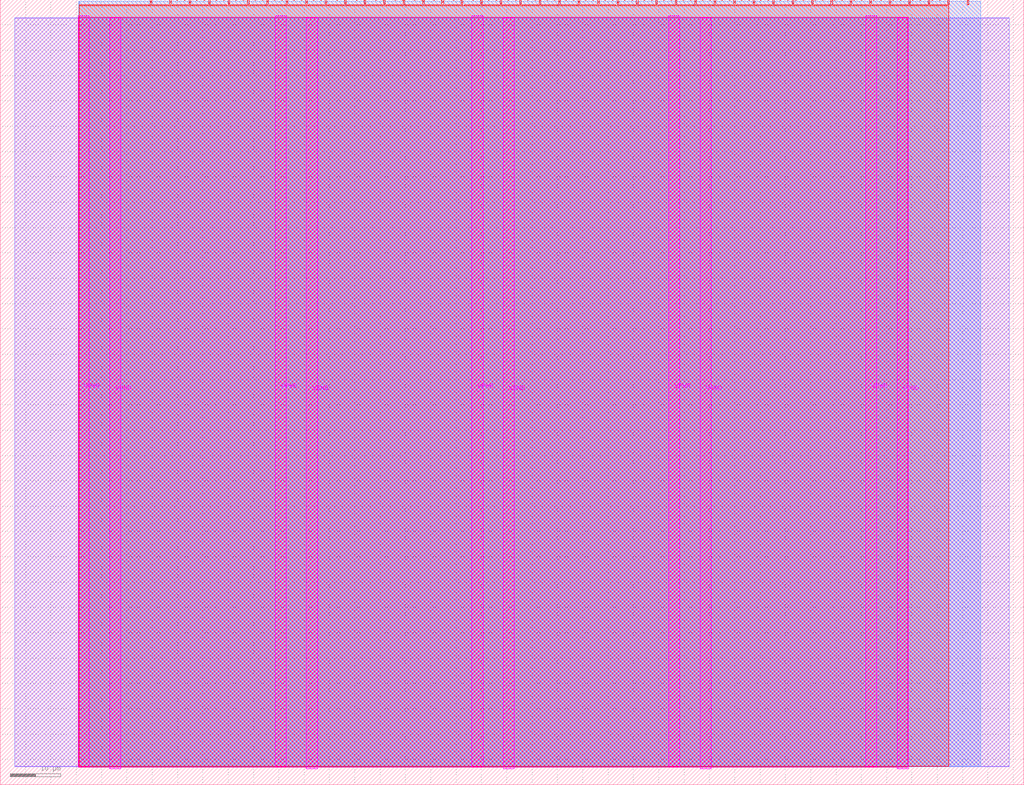
<source format=lef>
VERSION 5.7 ;
  NOWIREEXTENSIONATPIN ON ;
  DIVIDERCHAR "/" ;
  BUSBITCHARS "[]" ;
MACRO tt_um_urish_rings
  CLASS BLOCK ;
  FOREIGN tt_um_urish_rings ;
  ORIGIN 0.000 0.000 ;
  SIZE 202.080 BY 154.980 ;
  PIN VGND
    DIRECTION INOUT ;
    USE GROUND ;
    PORT
      LAYER TopMetal1 ;
        RECT 21.580 3.150 23.780 151.420 ;
    END
    PORT
      LAYER TopMetal1 ;
        RECT 60.450 3.150 62.650 151.420 ;
    END
    PORT
      LAYER TopMetal1 ;
        RECT 99.320 3.150 101.520 151.420 ;
    END
    PORT
      LAYER TopMetal1 ;
        RECT 138.190 3.150 140.390 151.420 ;
    END
    PORT
      LAYER TopMetal1 ;
        RECT 177.060 3.150 179.260 151.420 ;
    END
  END VGND
  PIN VPWR
    DIRECTION INOUT ;
    USE POWER ;
    PORT
      LAYER TopMetal1 ;
        RECT 15.380 3.560 17.580 151.830 ;
    END
    PORT
      LAYER TopMetal1 ;
        RECT 54.250 3.560 56.450 151.830 ;
    END
    PORT
      LAYER TopMetal1 ;
        RECT 93.120 3.560 95.320 151.830 ;
    END
    PORT
      LAYER TopMetal1 ;
        RECT 131.990 3.560 134.190 151.830 ;
    END
    PORT
      LAYER TopMetal1 ;
        RECT 170.860 3.560 173.060 151.830 ;
    END
  END VPWR
  PIN clk
    DIRECTION INPUT ;
    USE SIGNAL ;
    ANTENNAGATEAREA 0.725400 ;
    PORT
      LAYER Metal4 ;
        RECT 187.050 153.980 187.350 154.980 ;
    END
  END clk
  PIN ena
    DIRECTION INPUT ;
    USE SIGNAL ;
    PORT
      LAYER Metal4 ;
        RECT 190.890 153.980 191.190 154.980 ;
    END
  END ena
  PIN rst_n
    DIRECTION INPUT ;
    USE SIGNAL ;
    ANTENNAGATEAREA 1.450800 ;
    PORT
      LAYER Metal4 ;
        RECT 183.210 153.980 183.510 154.980 ;
    END
  END rst_n
  PIN ui_in[0]
    DIRECTION INPUT ;
    USE SIGNAL ;
    ANTENNAGATEAREA 0.180700 ;
    PORT
      LAYER Metal4 ;
        RECT 179.370 153.980 179.670 154.980 ;
    END
  END ui_in[0]
  PIN ui_in[1]
    DIRECTION INPUT ;
    USE SIGNAL ;
    ANTENNAGATEAREA 0.180700 ;
    PORT
      LAYER Metal4 ;
        RECT 175.530 153.980 175.830 154.980 ;
    END
  END ui_in[1]
  PIN ui_in[2]
    DIRECTION INPUT ;
    USE SIGNAL ;
    PORT
      LAYER Metal4 ;
        RECT 171.690 153.980 171.990 154.980 ;
    END
  END ui_in[2]
  PIN ui_in[3]
    DIRECTION INPUT ;
    USE SIGNAL ;
    PORT
      LAYER Metal4 ;
        RECT 167.850 153.980 168.150 154.980 ;
    END
  END ui_in[3]
  PIN ui_in[4]
    DIRECTION INPUT ;
    USE SIGNAL ;
    PORT
      LAYER Metal4 ;
        RECT 164.010 153.980 164.310 154.980 ;
    END
  END ui_in[4]
  PIN ui_in[5]
    DIRECTION INPUT ;
    USE SIGNAL ;
    PORT
      LAYER Metal4 ;
        RECT 160.170 153.980 160.470 154.980 ;
    END
  END ui_in[5]
  PIN ui_in[6]
    DIRECTION INPUT ;
    USE SIGNAL ;
    PORT
      LAYER Metal4 ;
        RECT 156.330 153.980 156.630 154.980 ;
    END
  END ui_in[6]
  PIN ui_in[7]
    DIRECTION INPUT ;
    USE SIGNAL ;
    PORT
      LAYER Metal4 ;
        RECT 152.490 153.980 152.790 154.980 ;
    END
  END ui_in[7]
  PIN uio_in[0]
    DIRECTION INPUT ;
    USE SIGNAL ;
    PORT
      LAYER Metal4 ;
        RECT 148.650 153.980 148.950 154.980 ;
    END
  END uio_in[0]
  PIN uio_in[1]
    DIRECTION INPUT ;
    USE SIGNAL ;
    PORT
      LAYER Metal4 ;
        RECT 144.810 153.980 145.110 154.980 ;
    END
  END uio_in[1]
  PIN uio_in[2]
    DIRECTION INPUT ;
    USE SIGNAL ;
    PORT
      LAYER Metal4 ;
        RECT 140.970 153.980 141.270 154.980 ;
    END
  END uio_in[2]
  PIN uio_in[3]
    DIRECTION INPUT ;
    USE SIGNAL ;
    PORT
      LAYER Metal4 ;
        RECT 137.130 153.980 137.430 154.980 ;
    END
  END uio_in[3]
  PIN uio_in[4]
    DIRECTION INPUT ;
    USE SIGNAL ;
    PORT
      LAYER Metal4 ;
        RECT 133.290 153.980 133.590 154.980 ;
    END
  END uio_in[4]
  PIN uio_in[5]
    DIRECTION INPUT ;
    USE SIGNAL ;
    PORT
      LAYER Metal4 ;
        RECT 129.450 153.980 129.750 154.980 ;
    END
  END uio_in[5]
  PIN uio_in[6]
    DIRECTION INPUT ;
    USE SIGNAL ;
    PORT
      LAYER Metal4 ;
        RECT 125.610 153.980 125.910 154.980 ;
    END
  END uio_in[6]
  PIN uio_in[7]
    DIRECTION INPUT ;
    USE SIGNAL ;
    PORT
      LAYER Metal4 ;
        RECT 121.770 153.980 122.070 154.980 ;
    END
  END uio_in[7]
  PIN uio_oe[0]
    DIRECTION OUTPUT ;
    USE SIGNAL ;
    ANTENNADIFFAREA 0.299200 ;
    PORT
      LAYER Metal4 ;
        RECT 56.490 153.980 56.790 154.980 ;
    END
  END uio_oe[0]
  PIN uio_oe[1]
    DIRECTION OUTPUT ;
    USE SIGNAL ;
    ANTENNADIFFAREA 0.299200 ;
    PORT
      LAYER Metal4 ;
        RECT 52.650 153.980 52.950 154.980 ;
    END
  END uio_oe[1]
  PIN uio_oe[2]
    DIRECTION OUTPUT ;
    USE SIGNAL ;
    ANTENNADIFFAREA 0.299200 ;
    PORT
      LAYER Metal4 ;
        RECT 48.810 153.980 49.110 154.980 ;
    END
  END uio_oe[2]
  PIN uio_oe[3]
    DIRECTION OUTPUT ;
    USE SIGNAL ;
    ANTENNADIFFAREA 0.299200 ;
    PORT
      LAYER Metal4 ;
        RECT 44.970 153.980 45.270 154.980 ;
    END
  END uio_oe[3]
  PIN uio_oe[4]
    DIRECTION OUTPUT ;
    USE SIGNAL ;
    ANTENNADIFFAREA 0.299200 ;
    PORT
      LAYER Metal4 ;
        RECT 41.130 153.980 41.430 154.980 ;
    END
  END uio_oe[4]
  PIN uio_oe[5]
    DIRECTION OUTPUT ;
    USE SIGNAL ;
    ANTENNADIFFAREA 0.299200 ;
    PORT
      LAYER Metal4 ;
        RECT 37.290 153.980 37.590 154.980 ;
    END
  END uio_oe[5]
  PIN uio_oe[6]
    DIRECTION OUTPUT ;
    USE SIGNAL ;
    ANTENNADIFFAREA 0.299200 ;
    PORT
      LAYER Metal4 ;
        RECT 33.450 153.980 33.750 154.980 ;
    END
  END uio_oe[6]
  PIN uio_oe[7]
    DIRECTION OUTPUT ;
    USE SIGNAL ;
    ANTENNADIFFAREA 0.299200 ;
    PORT
      LAYER Metal4 ;
        RECT 29.610 153.980 29.910 154.980 ;
    END
  END uio_oe[7]
  PIN uio_out[0]
    DIRECTION OUTPUT ;
    USE SIGNAL ;
    ANTENNADIFFAREA 0.299200 ;
    PORT
      LAYER Metal4 ;
        RECT 87.210 153.980 87.510 154.980 ;
    END
  END uio_out[0]
  PIN uio_out[1]
    DIRECTION OUTPUT ;
    USE SIGNAL ;
    ANTENNADIFFAREA 0.299200 ;
    PORT
      LAYER Metal4 ;
        RECT 83.370 153.980 83.670 154.980 ;
    END
  END uio_out[1]
  PIN uio_out[2]
    DIRECTION OUTPUT ;
    USE SIGNAL ;
    ANTENNADIFFAREA 0.299200 ;
    PORT
      LAYER Metal4 ;
        RECT 79.530 153.980 79.830 154.980 ;
    END
  END uio_out[2]
  PIN uio_out[3]
    DIRECTION OUTPUT ;
    USE SIGNAL ;
    ANTENNADIFFAREA 0.299200 ;
    PORT
      LAYER Metal4 ;
        RECT 75.690 153.980 75.990 154.980 ;
    END
  END uio_out[3]
  PIN uio_out[4]
    DIRECTION OUTPUT ;
    USE SIGNAL ;
    ANTENNADIFFAREA 0.299200 ;
    PORT
      LAYER Metal4 ;
        RECT 71.850 153.980 72.150 154.980 ;
    END
  END uio_out[4]
  PIN uio_out[5]
    DIRECTION OUTPUT ;
    USE SIGNAL ;
    ANTENNADIFFAREA 0.299200 ;
    PORT
      LAYER Metal4 ;
        RECT 68.010 153.980 68.310 154.980 ;
    END
  END uio_out[5]
  PIN uio_out[6]
    DIRECTION OUTPUT ;
    USE SIGNAL ;
    ANTENNADIFFAREA 0.299200 ;
    PORT
      LAYER Metal4 ;
        RECT 64.170 153.980 64.470 154.980 ;
    END
  END uio_out[6]
  PIN uio_out[7]
    DIRECTION OUTPUT ;
    USE SIGNAL ;
    ANTENNADIFFAREA 0.299200 ;
    PORT
      LAYER Metal4 ;
        RECT 60.330 153.980 60.630 154.980 ;
    END
  END uio_out[7]
  PIN uo_out[0]
    DIRECTION OUTPUT ;
    USE SIGNAL ;
    ANTENNADIFFAREA 0.708600 ;
    PORT
      LAYER Metal4 ;
        RECT 117.930 153.980 118.230 154.980 ;
    END
  END uo_out[0]
  PIN uo_out[1]
    DIRECTION OUTPUT ;
    USE SIGNAL ;
    ANTENNADIFFAREA 0.708600 ;
    PORT
      LAYER Metal4 ;
        RECT 114.090 153.980 114.390 154.980 ;
    END
  END uo_out[1]
  PIN uo_out[2]
    DIRECTION OUTPUT ;
    USE SIGNAL ;
    ANTENNADIFFAREA 0.632400 ;
    PORT
      LAYER Metal4 ;
        RECT 110.250 153.980 110.550 154.980 ;
    END
  END uo_out[2]
  PIN uo_out[3]
    DIRECTION OUTPUT ;
    USE SIGNAL ;
    ANTENNADIFFAREA 0.708600 ;
    PORT
      LAYER Metal4 ;
        RECT 106.410 153.980 106.710 154.980 ;
    END
  END uo_out[3]
  PIN uo_out[4]
    DIRECTION OUTPUT ;
    USE SIGNAL ;
    ANTENNADIFFAREA 0.662000 ;
    PORT
      LAYER Metal4 ;
        RECT 102.570 153.980 102.870 154.980 ;
    END
  END uo_out[4]
  PIN uo_out[5]
    DIRECTION OUTPUT ;
    USE SIGNAL ;
    ANTENNAGATEAREA 0.180700 ;
    ANTENNADIFFAREA 0.988000 ;
    PORT
      LAYER Metal4 ;
        RECT 98.730 153.980 99.030 154.980 ;
    END
  END uo_out[5]
  PIN uo_out[6]
    DIRECTION OUTPUT ;
    USE SIGNAL ;
    ANTENNAGATEAREA 0.180700 ;
    ANTENNADIFFAREA 0.706800 ;
    PORT
      LAYER Metal4 ;
        RECT 94.890 153.980 95.190 154.980 ;
    END
  END uo_out[6]
  PIN uo_out[7]
    DIRECTION OUTPUT ;
    USE SIGNAL ;
    ANTENNADIFFAREA 0.708600 ;
    PORT
      LAYER Metal4 ;
        RECT 91.050 153.980 91.350 154.980 ;
    END
  END uo_out[7]
  OBS
      LAYER GatPoly ;
        RECT 2.880 3.630 199.200 151.350 ;
      LAYER Metal1 ;
        RECT 2.880 3.560 199.200 151.420 ;
      LAYER Metal2 ;
        RECT 15.560 3.635 193.545 154.705 ;
      LAYER Metal3 ;
        RECT 15.515 3.680 193.585 154.660 ;
      LAYER Metal4 ;
        RECT 15.560 153.770 29.400 153.980 ;
        RECT 30.120 153.770 33.240 153.980 ;
        RECT 33.960 153.770 37.080 153.980 ;
        RECT 37.800 153.770 40.920 153.980 ;
        RECT 41.640 153.770 44.760 153.980 ;
        RECT 45.480 153.770 48.600 153.980 ;
        RECT 49.320 153.770 52.440 153.980 ;
        RECT 53.160 153.770 56.280 153.980 ;
        RECT 57.000 153.770 60.120 153.980 ;
        RECT 60.840 153.770 63.960 153.980 ;
        RECT 64.680 153.770 67.800 153.980 ;
        RECT 68.520 153.770 71.640 153.980 ;
        RECT 72.360 153.770 75.480 153.980 ;
        RECT 76.200 153.770 79.320 153.980 ;
        RECT 80.040 153.770 83.160 153.980 ;
        RECT 83.880 153.770 87.000 153.980 ;
        RECT 87.720 153.770 90.840 153.980 ;
        RECT 91.560 153.770 94.680 153.980 ;
        RECT 95.400 153.770 98.520 153.980 ;
        RECT 99.240 153.770 102.360 153.980 ;
        RECT 103.080 153.770 106.200 153.980 ;
        RECT 106.920 153.770 110.040 153.980 ;
        RECT 110.760 153.770 113.880 153.980 ;
        RECT 114.600 153.770 117.720 153.980 ;
        RECT 118.440 153.770 121.560 153.980 ;
        RECT 122.280 153.770 125.400 153.980 ;
        RECT 126.120 153.770 129.240 153.980 ;
        RECT 129.960 153.770 133.080 153.980 ;
        RECT 133.800 153.770 136.920 153.980 ;
        RECT 137.640 153.770 140.760 153.980 ;
        RECT 141.480 153.770 144.600 153.980 ;
        RECT 145.320 153.770 148.440 153.980 ;
        RECT 149.160 153.770 152.280 153.980 ;
        RECT 153.000 153.770 156.120 153.980 ;
        RECT 156.840 153.770 159.960 153.980 ;
        RECT 160.680 153.770 163.800 153.980 ;
        RECT 164.520 153.770 167.640 153.980 ;
        RECT 168.360 153.770 171.480 153.980 ;
        RECT 172.200 153.770 175.320 153.980 ;
        RECT 176.040 153.770 179.160 153.980 ;
        RECT 179.880 153.770 183.000 153.980 ;
        RECT 183.720 153.770 186.840 153.980 ;
        RECT 15.560 3.635 187.300 153.770 ;
      LAYER Metal5 ;
        RECT 15.515 3.470 179.125 151.510 ;
  END
END tt_um_urish_rings
END LIBRARY


</source>
